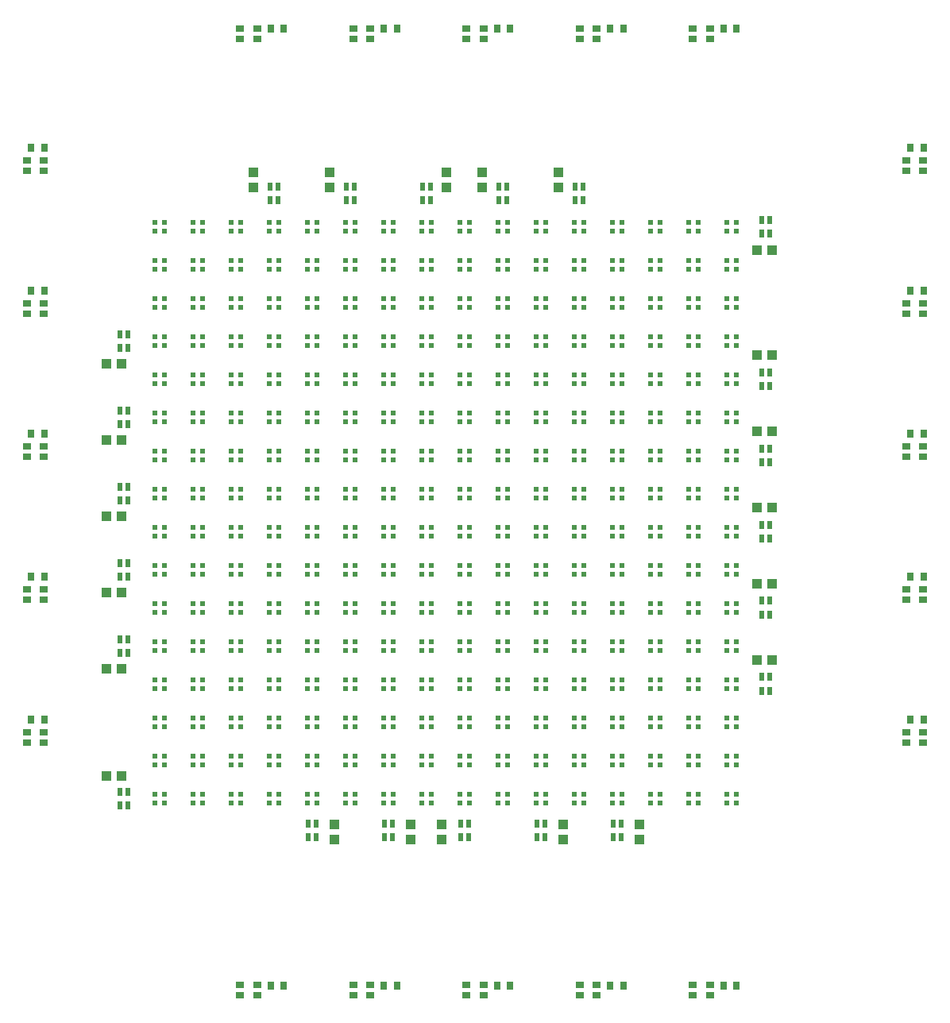
<source format=gtp>
G04 Layer: TopPasteMaskLayer*
G04 EasyEDA v6.5.29, 2023-07-19 21:38:56*
G04 0acaec5f7f514605885a2f2b0e5249c4,5a6b42c53f6a479593ecc07194224c93,10*
G04 Gerber Generator version 0.2*
G04 Scale: 100 percent, Rotated: No, Reflected: No *
G04 Dimensions in millimeters *
G04 leading zeros omitted , absolute positions ,4 integer and 5 decimal *
%FSLAX45Y45*%
%MOMM*%

%ADD10R,0.5500X0.5500*%
%ADD11R,0.9000X0.7000*%
%ADD12R,0.8000X0.9000*%
%ADD13R,1.1000X1.0000*%
%ADD14R,0.6000X0.8500*%
%ADD15R,1.0000X1.1000*%
%ADD16R,0.0138X1.1000*%

%LPD*%
D10*
G01*
X181076Y-8150097D03*
G01*
X276097Y-8150097D03*
G01*
X276097Y-8055076D03*
G01*
X181076Y-8055076D03*
G01*
X181076Y-7743697D03*
G01*
X276097Y-7743697D03*
G01*
X276097Y-7648676D03*
G01*
X181076Y-7648676D03*
G01*
X181076Y-7337297D03*
G01*
X276097Y-7337297D03*
G01*
X276097Y-7242276D03*
G01*
X181076Y-7242276D03*
G01*
X181076Y-6930897D03*
G01*
X276097Y-6930897D03*
G01*
X276097Y-6835876D03*
G01*
X181076Y-6835876D03*
G01*
X181076Y-6524497D03*
G01*
X276097Y-6524497D03*
G01*
X276097Y-6429476D03*
G01*
X181076Y-6429476D03*
G01*
X181076Y-6118097D03*
G01*
X276097Y-6118097D03*
G01*
X276097Y-6023076D03*
G01*
X181076Y-6023076D03*
G01*
X181076Y-5711697D03*
G01*
X276097Y-5711697D03*
G01*
X276097Y-5616676D03*
G01*
X181076Y-5616676D03*
G01*
X181076Y-5305297D03*
G01*
X276097Y-5305297D03*
G01*
X276097Y-5210276D03*
G01*
X181076Y-5210276D03*
G01*
X181076Y-4898897D03*
G01*
X276097Y-4898897D03*
G01*
X276097Y-4803876D03*
G01*
X181076Y-4803876D03*
G01*
X181076Y-4492497D03*
G01*
X276097Y-4492497D03*
G01*
X276097Y-4397476D03*
G01*
X181076Y-4397476D03*
G01*
X181076Y-4086097D03*
G01*
X276097Y-4086097D03*
G01*
X276097Y-3991076D03*
G01*
X181076Y-3991076D03*
G01*
X181076Y-3679697D03*
G01*
X276097Y-3679697D03*
G01*
X276097Y-3584676D03*
G01*
X181076Y-3584676D03*
G01*
X181076Y-3273297D03*
G01*
X276097Y-3273297D03*
G01*
X276097Y-3178276D03*
G01*
X181076Y-3178276D03*
G01*
X181076Y-2866897D03*
G01*
X276097Y-2866897D03*
G01*
X276097Y-2771876D03*
G01*
X181076Y-2771876D03*
G01*
X181076Y-2460497D03*
G01*
X276097Y-2460497D03*
G01*
X276097Y-2365476D03*
G01*
X181076Y-2365476D03*
G01*
X181076Y-2054097D03*
G01*
X276097Y-2054097D03*
G01*
X276097Y-1959076D03*
G01*
X181076Y-1959076D03*
G01*
X-225323Y-8150097D03*
G01*
X-130302Y-8150097D03*
G01*
X-130302Y-8055076D03*
G01*
X-225323Y-8055076D03*
G01*
X-225323Y-7743697D03*
G01*
X-130302Y-7743697D03*
G01*
X-130302Y-7648676D03*
G01*
X-225323Y-7648676D03*
G01*
X-225323Y-7337297D03*
G01*
X-130302Y-7337297D03*
G01*
X-130302Y-7242276D03*
G01*
X-225323Y-7242276D03*
G01*
X-225323Y-6930897D03*
G01*
X-130302Y-6930897D03*
G01*
X-130302Y-6835876D03*
G01*
X-225323Y-6835876D03*
G01*
X-225323Y-6524497D03*
G01*
X-130302Y-6524497D03*
G01*
X-130302Y-6429476D03*
G01*
X-225323Y-6429476D03*
G01*
X-225323Y-6118097D03*
G01*
X-130302Y-6118097D03*
G01*
X-130302Y-6023076D03*
G01*
X-225323Y-6023076D03*
G01*
X-225323Y-5711697D03*
G01*
X-130302Y-5711697D03*
G01*
X-130302Y-5616676D03*
G01*
X-225323Y-5616676D03*
G01*
X-225323Y-5305297D03*
G01*
X-130302Y-5305297D03*
G01*
X-130302Y-5210276D03*
G01*
X-225323Y-5210276D03*
G01*
X-225323Y-4898897D03*
G01*
X-130302Y-4898897D03*
G01*
X-130302Y-4803876D03*
G01*
X-225323Y-4803876D03*
G01*
X-225323Y-4492497D03*
G01*
X-130302Y-4492497D03*
G01*
X-130302Y-4397476D03*
G01*
X-225323Y-4397476D03*
G01*
X-225323Y-4086097D03*
G01*
X-130302Y-4086097D03*
G01*
X-130302Y-3991076D03*
G01*
X-225323Y-3991076D03*
G01*
X-225323Y-3679697D03*
G01*
X-130302Y-3679697D03*
G01*
X-130302Y-3584676D03*
G01*
X-225323Y-3584676D03*
G01*
X-225323Y-3273297D03*
G01*
X-130302Y-3273297D03*
G01*
X-130302Y-3178276D03*
G01*
X-225323Y-3178276D03*
G01*
X-225323Y-2866897D03*
G01*
X-130302Y-2866897D03*
G01*
X-130302Y-2771876D03*
G01*
X-225323Y-2771876D03*
G01*
X-225323Y-2460497D03*
G01*
X-130302Y-2460497D03*
G01*
X-130302Y-2365476D03*
G01*
X-225323Y-2365476D03*
G01*
X-225323Y-2054097D03*
G01*
X-130302Y-2054097D03*
G01*
X-130302Y-1959076D03*
G01*
X-225323Y-1959076D03*
G01*
X-631723Y-8150097D03*
G01*
X-536702Y-8150097D03*
G01*
X-536702Y-8055076D03*
G01*
X-631723Y-8055076D03*
G01*
X-631723Y-7743697D03*
G01*
X-536702Y-7743697D03*
G01*
X-536702Y-7648676D03*
G01*
X-631723Y-7648676D03*
G01*
X-631723Y-7337297D03*
G01*
X-536702Y-7337297D03*
G01*
X-536702Y-7242276D03*
G01*
X-631723Y-7242276D03*
G01*
X-631723Y-6930897D03*
G01*
X-536702Y-6930897D03*
G01*
X-536702Y-6835876D03*
G01*
X-631723Y-6835876D03*
G01*
X-631723Y-6524497D03*
G01*
X-536702Y-6524497D03*
G01*
X-536702Y-6429476D03*
G01*
X-631723Y-6429476D03*
G01*
X-631723Y-6118097D03*
G01*
X-536702Y-6118097D03*
G01*
X-536702Y-6023076D03*
G01*
X-631723Y-6023076D03*
G01*
X-631723Y-5711697D03*
G01*
X-536702Y-5711697D03*
G01*
X-536702Y-5616676D03*
G01*
X-631723Y-5616676D03*
G01*
X-631723Y-5305297D03*
G01*
X-536702Y-5305297D03*
G01*
X-536702Y-5210276D03*
G01*
X-631723Y-5210276D03*
G01*
X-631723Y-4898897D03*
G01*
X-536702Y-4898897D03*
G01*
X-536702Y-4803876D03*
G01*
X-631723Y-4803876D03*
G01*
X-631723Y-4492497D03*
G01*
X-536702Y-4492497D03*
G01*
X-536702Y-4397476D03*
G01*
X-631723Y-4397476D03*
G01*
X-631723Y-4086097D03*
G01*
X-536702Y-4086097D03*
G01*
X-536702Y-3991076D03*
G01*
X-631723Y-3991076D03*
G01*
X-631723Y-3679697D03*
G01*
X-536702Y-3679697D03*
G01*
X-536702Y-3584676D03*
G01*
X-631723Y-3584676D03*
G01*
X-631723Y-3273297D03*
G01*
X-536702Y-3273297D03*
G01*
X-536702Y-3178276D03*
G01*
X-631723Y-3178276D03*
G01*
X-631723Y-2866897D03*
G01*
X-536702Y-2866897D03*
G01*
X-536702Y-2771876D03*
G01*
X-631723Y-2771876D03*
G01*
X-631723Y-2460497D03*
G01*
X-536702Y-2460497D03*
G01*
X-536702Y-2365476D03*
G01*
X-631723Y-2365476D03*
G01*
X-631723Y-2054097D03*
G01*
X-536702Y-2054097D03*
G01*
X-536702Y-1959076D03*
G01*
X-631723Y-1959076D03*
G01*
X-1038123Y-8150097D03*
G01*
X-943102Y-8150097D03*
G01*
X-943102Y-8055076D03*
G01*
X-1038123Y-8055076D03*
G01*
X-1038123Y-7743697D03*
G01*
X-943102Y-7743697D03*
G01*
X-943102Y-7648676D03*
G01*
X-1038123Y-7648676D03*
G01*
X-1038123Y-7337297D03*
G01*
X-943102Y-7337297D03*
G01*
X-943102Y-7242276D03*
G01*
X-1038123Y-7242276D03*
G01*
X-1038123Y-6930897D03*
G01*
X-943102Y-6930897D03*
G01*
X-943102Y-6835876D03*
G01*
X-1038123Y-6835876D03*
G01*
X-1038123Y-6524497D03*
G01*
X-943102Y-6524497D03*
G01*
X-943102Y-6429476D03*
G01*
X-1038123Y-6429476D03*
G01*
X-1038123Y-6118097D03*
G01*
X-943102Y-6118097D03*
G01*
X-943102Y-6023076D03*
G01*
X-1038123Y-6023076D03*
G01*
X-1038123Y-5711697D03*
G01*
X-943102Y-5711697D03*
G01*
X-943102Y-5616676D03*
G01*
X-1038123Y-5616676D03*
G01*
X-1038123Y-5305297D03*
G01*
X-943102Y-5305297D03*
G01*
X-943102Y-5210276D03*
G01*
X-1038123Y-5210276D03*
G01*
X-1038123Y-4898897D03*
G01*
X-943102Y-4898897D03*
G01*
X-943102Y-4803876D03*
G01*
X-1038123Y-4803876D03*
G01*
X-1038123Y-4492497D03*
G01*
X-943102Y-4492497D03*
G01*
X-943102Y-4397476D03*
G01*
X-1038123Y-4397476D03*
G01*
X-1038123Y-4086097D03*
G01*
X-943102Y-4086097D03*
G01*
X-943102Y-3991076D03*
G01*
X-1038123Y-3991076D03*
G01*
X-1038123Y-3679697D03*
G01*
X-943102Y-3679697D03*
G01*
X-943102Y-3584676D03*
G01*
X-1038123Y-3584676D03*
G01*
X-1038123Y-3273297D03*
G01*
X-943102Y-3273297D03*
G01*
X-943102Y-3178276D03*
G01*
X-1038123Y-3178276D03*
G01*
X-1038123Y-2866897D03*
G01*
X-943102Y-2866897D03*
G01*
X-943102Y-2771876D03*
G01*
X-1038123Y-2771876D03*
G01*
X-1038123Y-2460497D03*
G01*
X-943102Y-2460497D03*
G01*
X-943102Y-2365476D03*
G01*
X-1038123Y-2365476D03*
G01*
X-1038123Y-2054097D03*
G01*
X-943102Y-2054097D03*
G01*
X-943102Y-1959076D03*
G01*
X-1038123Y-1959076D03*
G01*
X-1444523Y-8150097D03*
G01*
X-1349502Y-8150097D03*
G01*
X-1349502Y-8055076D03*
G01*
X-1444523Y-8055076D03*
G01*
X-1444523Y-7743697D03*
G01*
X-1349502Y-7743697D03*
G01*
X-1349502Y-7648676D03*
G01*
X-1444523Y-7648676D03*
G01*
X-1444523Y-7337297D03*
G01*
X-1349502Y-7337297D03*
G01*
X-1349502Y-7242276D03*
G01*
X-1444523Y-7242276D03*
G01*
X-1444523Y-6930897D03*
G01*
X-1349502Y-6930897D03*
G01*
X-1349502Y-6835876D03*
G01*
X-1444523Y-6835876D03*
G01*
X-1444523Y-6524497D03*
G01*
X-1349502Y-6524497D03*
G01*
X-1349502Y-6429476D03*
G01*
X-1444523Y-6429476D03*
G01*
X-1444523Y-6118097D03*
G01*
X-1349502Y-6118097D03*
G01*
X-1349502Y-6023076D03*
G01*
X-1444523Y-6023076D03*
G01*
X-1444523Y-5711697D03*
G01*
X-1349502Y-5711697D03*
G01*
X-1349502Y-5616676D03*
G01*
X-1444523Y-5616676D03*
G01*
X-1444523Y-5305297D03*
G01*
X-1349502Y-5305297D03*
G01*
X-1349502Y-5210276D03*
G01*
X-1444523Y-5210276D03*
G01*
X-1444523Y-4898897D03*
G01*
X-1349502Y-4898897D03*
G01*
X-1349502Y-4803876D03*
G01*
X-1444523Y-4803876D03*
G01*
X-1444523Y-4492497D03*
G01*
X-1349502Y-4492497D03*
G01*
X-1349502Y-4397476D03*
G01*
X-1444523Y-4397476D03*
G01*
X-1444523Y-4086097D03*
G01*
X-1349502Y-4086097D03*
G01*
X-1349502Y-3991076D03*
G01*
X-1444523Y-3991076D03*
G01*
X-1444523Y-3679697D03*
G01*
X-1349502Y-3679697D03*
G01*
X-1349502Y-3584676D03*
G01*
X-1444523Y-3584676D03*
G01*
X-1444523Y-3273297D03*
G01*
X-1349502Y-3273297D03*
G01*
X-1349502Y-3178276D03*
G01*
X-1444523Y-3178276D03*
G01*
X-1444523Y-2866897D03*
G01*
X-1349502Y-2866897D03*
G01*
X-1349502Y-2771876D03*
G01*
X-1444523Y-2771876D03*
G01*
X-1444523Y-2460497D03*
G01*
X-1349502Y-2460497D03*
G01*
X-1349502Y-2365476D03*
G01*
X-1444523Y-2365476D03*
G01*
X-1444523Y-2054097D03*
G01*
X-1349502Y-2054097D03*
G01*
X-1349502Y-1959076D03*
G01*
X-1444523Y-1959076D03*
G01*
X-1850923Y-8150097D03*
G01*
X-1755902Y-8150097D03*
G01*
X-1755902Y-8055076D03*
G01*
X-1850923Y-8055076D03*
G01*
X-1850923Y-7743697D03*
G01*
X-1755902Y-7743697D03*
G01*
X-1755902Y-7648676D03*
G01*
X-1850923Y-7648676D03*
G01*
X-1850923Y-7337297D03*
G01*
X-1755902Y-7337297D03*
G01*
X-1755902Y-7242276D03*
G01*
X-1850923Y-7242276D03*
G01*
X-1850923Y-6930897D03*
G01*
X-1755902Y-6930897D03*
G01*
X-1755902Y-6835876D03*
G01*
X-1850923Y-6835876D03*
G01*
X-1850923Y-6524497D03*
G01*
X-1755902Y-6524497D03*
G01*
X-1755902Y-6429476D03*
G01*
X-1850923Y-6429476D03*
G01*
X-1850923Y-6118097D03*
G01*
X-1755902Y-6118097D03*
G01*
X-1755902Y-6023076D03*
G01*
X-1850923Y-6023076D03*
G01*
X-1850923Y-5711697D03*
G01*
X-1755902Y-5711697D03*
G01*
X-1755902Y-5616676D03*
G01*
X-1850923Y-5616676D03*
G01*
X-1850923Y-5305297D03*
G01*
X-1755902Y-5305297D03*
G01*
X-1755902Y-5210276D03*
G01*
X-1850923Y-5210276D03*
G01*
X-1850923Y-4898897D03*
G01*
X-1755902Y-4898897D03*
G01*
X-1755902Y-4803876D03*
G01*
X-1850923Y-4803876D03*
G01*
X-1850923Y-4492497D03*
G01*
X-1755902Y-4492497D03*
G01*
X-1755902Y-4397476D03*
G01*
X-1850923Y-4397476D03*
G01*
X-1850923Y-4086097D03*
G01*
X-1755902Y-4086097D03*
G01*
X-1755902Y-3991076D03*
G01*
X-1850923Y-3991076D03*
G01*
X-1850923Y-3679697D03*
G01*
X-1755902Y-3679697D03*
G01*
X-1755902Y-3584676D03*
G01*
X-1850923Y-3584676D03*
G01*
X-1850923Y-3273297D03*
G01*
X-1755902Y-3273297D03*
G01*
X-1755902Y-3178276D03*
G01*
X-1850923Y-3178276D03*
G01*
X-1850923Y-2866897D03*
G01*
X-1755902Y-2866897D03*
G01*
X-1755902Y-2771876D03*
G01*
X-1850923Y-2771876D03*
G01*
X-1850923Y-2460497D03*
G01*
X-1755902Y-2460497D03*
G01*
X-1755902Y-2365476D03*
G01*
X-1850923Y-2365476D03*
G01*
X-1850923Y-2054097D03*
G01*
X-1755902Y-2054097D03*
G01*
X-1755902Y-1959076D03*
G01*
X-1850923Y-1959076D03*
G01*
X-2257323Y-8150097D03*
G01*
X-2162302Y-8150097D03*
G01*
X-2162302Y-8055076D03*
G01*
X-2257323Y-8055076D03*
G01*
X-2257323Y-7743697D03*
G01*
X-2162302Y-7743697D03*
G01*
X-2162302Y-7648676D03*
G01*
X-2257323Y-7648676D03*
G01*
X-2257323Y-7337297D03*
G01*
X-2162302Y-7337297D03*
G01*
X-2162302Y-7242276D03*
G01*
X-2257323Y-7242276D03*
G01*
X-2257323Y-6930897D03*
G01*
X-2162302Y-6930897D03*
G01*
X-2162302Y-6835876D03*
G01*
X-2257323Y-6835876D03*
G01*
X-2257323Y-6524497D03*
G01*
X-2162302Y-6524497D03*
G01*
X-2162302Y-6429476D03*
G01*
X-2257323Y-6429476D03*
G01*
X-2257323Y-6118097D03*
G01*
X-2162302Y-6118097D03*
G01*
X-2162302Y-6023076D03*
G01*
X-2257323Y-6023076D03*
G01*
X-2257323Y-5711697D03*
G01*
X-2162302Y-5711697D03*
G01*
X-2162302Y-5616676D03*
G01*
X-2257323Y-5616676D03*
G01*
X-2257323Y-5305297D03*
G01*
X-2162302Y-5305297D03*
G01*
X-2162302Y-5210276D03*
G01*
X-2257323Y-5210276D03*
G01*
X-2257323Y-4898897D03*
G01*
X-2162302Y-4898897D03*
G01*
X-2162302Y-4803876D03*
G01*
X-2257323Y-4803876D03*
G01*
X-2257323Y-4492497D03*
G01*
X-2162302Y-4492497D03*
G01*
X-2162302Y-4397476D03*
G01*
X-2257323Y-4397476D03*
G01*
X-2257323Y-4086097D03*
G01*
X-2162302Y-4086097D03*
G01*
X-2162302Y-3991076D03*
G01*
X-2257323Y-3991076D03*
G01*
X-2257323Y-3679697D03*
G01*
X-2162302Y-3679697D03*
G01*
X-2162302Y-3584676D03*
G01*
X-2257323Y-3584676D03*
G01*
X-2257323Y-3273297D03*
G01*
X-2162302Y-3273297D03*
G01*
X-2162302Y-3178276D03*
G01*
X-2257323Y-3178276D03*
G01*
X-2257323Y-2866897D03*
G01*
X-2162302Y-2866897D03*
G01*
X-2162302Y-2771876D03*
G01*
X-2257323Y-2771876D03*
G01*
X-2257323Y-2460497D03*
G01*
X-2162302Y-2460497D03*
G01*
X-2162302Y-2365476D03*
G01*
X-2257323Y-2365476D03*
G01*
X-2257323Y-2054097D03*
G01*
X-2162302Y-2054097D03*
G01*
X-2162302Y-1959076D03*
G01*
X-2257323Y-1959076D03*
G01*
X-2663723Y-8150097D03*
G01*
X-2568702Y-8150097D03*
G01*
X-2568702Y-8055076D03*
G01*
X-2663723Y-8055076D03*
G01*
X-2663723Y-7743697D03*
G01*
X-2568702Y-7743697D03*
G01*
X-2568702Y-7648676D03*
G01*
X-2663723Y-7648676D03*
G01*
X-2663723Y-7337297D03*
G01*
X-2568702Y-7337297D03*
G01*
X-2568702Y-7242276D03*
G01*
X-2663723Y-7242276D03*
G01*
X-2663723Y-6930897D03*
G01*
X-2568702Y-6930897D03*
G01*
X-2568702Y-6835876D03*
G01*
X-2663723Y-6835876D03*
G01*
X-2663723Y-6524497D03*
G01*
X-2568702Y-6524497D03*
G01*
X-2568702Y-6429476D03*
G01*
X-2663723Y-6429476D03*
G01*
X-2663723Y-6118097D03*
G01*
X-2568702Y-6118097D03*
G01*
X-2568702Y-6023076D03*
G01*
X-2663723Y-6023076D03*
G01*
X-2663723Y-5711697D03*
G01*
X-2568702Y-5711697D03*
G01*
X-2568702Y-5616676D03*
G01*
X-2663723Y-5616676D03*
G01*
X-2663723Y-5305297D03*
G01*
X-2568702Y-5305297D03*
G01*
X-2568702Y-5210276D03*
G01*
X-2663723Y-5210276D03*
G01*
X-2663723Y-4898897D03*
G01*
X-2568702Y-4898897D03*
G01*
X-2568702Y-4803876D03*
G01*
X-2663723Y-4803876D03*
G01*
X-2663723Y-4492497D03*
G01*
X-2568702Y-4492497D03*
G01*
X-2568702Y-4397476D03*
G01*
X-2663723Y-4397476D03*
G01*
X-2663723Y-4086097D03*
G01*
X-2568702Y-4086097D03*
G01*
X-2568702Y-3991076D03*
G01*
X-2663723Y-3991076D03*
G01*
X-2663723Y-3679697D03*
G01*
X-2568702Y-3679697D03*
G01*
X-2568702Y-3584676D03*
G01*
X-2663723Y-3584676D03*
G01*
X-2663723Y-3273297D03*
G01*
X-2568702Y-3273297D03*
G01*
X-2568702Y-3178276D03*
G01*
X-2663723Y-3178276D03*
G01*
X-2663723Y-2866897D03*
G01*
X-2568702Y-2866897D03*
G01*
X-2568702Y-2771876D03*
G01*
X-2663723Y-2771876D03*
G01*
X-2663723Y-2460497D03*
G01*
X-2568702Y-2460497D03*
G01*
X-2568702Y-2365476D03*
G01*
X-2663723Y-2365476D03*
G01*
X-2663723Y-2054097D03*
G01*
X-2568702Y-2054097D03*
G01*
X-2568702Y-1959076D03*
G01*
X-2663723Y-1959076D03*
G01*
X-3070123Y-8150097D03*
G01*
X-2975102Y-8150097D03*
G01*
X-2975102Y-8055076D03*
G01*
X-3070123Y-8055076D03*
G01*
X-3070123Y-7743697D03*
G01*
X-2975102Y-7743697D03*
G01*
X-2975102Y-7648676D03*
G01*
X-3070123Y-7648676D03*
G01*
X-3070123Y-7337297D03*
G01*
X-2975102Y-7337297D03*
G01*
X-2975102Y-7242276D03*
G01*
X-3070123Y-7242276D03*
G01*
X-3070123Y-6930897D03*
G01*
X-2975102Y-6930897D03*
G01*
X-2975102Y-6835876D03*
G01*
X-3070123Y-6835876D03*
G01*
X-3070123Y-6524497D03*
G01*
X-2975102Y-6524497D03*
G01*
X-2975102Y-6429476D03*
G01*
X-3070123Y-6429476D03*
G01*
X-3070123Y-6118097D03*
G01*
X-2975102Y-6118097D03*
G01*
X-2975102Y-6023076D03*
G01*
X-3070123Y-6023076D03*
G01*
X-3070123Y-5711697D03*
G01*
X-2975102Y-5711697D03*
G01*
X-2975102Y-5616676D03*
G01*
X-3070123Y-5616676D03*
G01*
X-3070123Y-5305297D03*
G01*
X-2975102Y-5305297D03*
G01*
X-2975102Y-5210276D03*
G01*
X-3070123Y-5210276D03*
G01*
X-3070123Y-4898897D03*
G01*
X-2975102Y-4898897D03*
G01*
X-2975102Y-4803876D03*
G01*
X-3070123Y-4803876D03*
G01*
X-3070123Y-4492497D03*
G01*
X-2975102Y-4492497D03*
G01*
X-2975102Y-4397476D03*
G01*
X-3070123Y-4397476D03*
G01*
X-3070123Y-4086097D03*
G01*
X-2975102Y-4086097D03*
G01*
X-2975102Y-3991076D03*
G01*
X-3070123Y-3991076D03*
G01*
X-3070123Y-3679697D03*
G01*
X-2975102Y-3679697D03*
G01*
X-2975102Y-3584676D03*
G01*
X-3070123Y-3584676D03*
G01*
X-3070123Y-3273297D03*
G01*
X-2975102Y-3273297D03*
G01*
X-2975102Y-3178276D03*
G01*
X-3070123Y-3178276D03*
G01*
X-3070123Y-2866897D03*
G01*
X-2975102Y-2866897D03*
G01*
X-2975102Y-2771876D03*
G01*
X-3070123Y-2771876D03*
G01*
X-3070123Y-2460497D03*
G01*
X-2975102Y-2460497D03*
G01*
X-2975102Y-2365476D03*
G01*
X-3070123Y-2365476D03*
G01*
X-3070123Y-2054097D03*
G01*
X-2975102Y-2054097D03*
G01*
X-2975102Y-1959076D03*
G01*
X-3070123Y-1959076D03*
G01*
X-3476523Y-8150097D03*
G01*
X-3381502Y-8150097D03*
G01*
X-3381502Y-8055076D03*
G01*
X-3476523Y-8055076D03*
G01*
X-3476523Y-7743697D03*
G01*
X-3381502Y-7743697D03*
G01*
X-3381502Y-7648676D03*
G01*
X-3476523Y-7648676D03*
G01*
X-3476523Y-7337297D03*
G01*
X-3381502Y-7337297D03*
G01*
X-3381502Y-7242276D03*
G01*
X-3476523Y-7242276D03*
G01*
X-3476523Y-6930897D03*
G01*
X-3381502Y-6930897D03*
G01*
X-3381502Y-6835876D03*
G01*
X-3476523Y-6835876D03*
G01*
X-3476523Y-6524497D03*
G01*
X-3381502Y-6524497D03*
G01*
X-3381502Y-6429476D03*
G01*
X-3476523Y-6429476D03*
G01*
X-3476523Y-6118097D03*
G01*
X-3381502Y-6118097D03*
G01*
X-3381502Y-6023076D03*
G01*
X-3476523Y-6023076D03*
G01*
X-3476523Y-5711697D03*
G01*
X-3381502Y-5711697D03*
G01*
X-3381502Y-5616676D03*
G01*
X-3476523Y-5616676D03*
G01*
X-3476523Y-5305297D03*
G01*
X-3381502Y-5305297D03*
G01*
X-3381502Y-5210276D03*
G01*
X-3476523Y-5210276D03*
G01*
X-3476523Y-4898897D03*
G01*
X-3381502Y-4898897D03*
G01*
X-3381502Y-4803876D03*
G01*
X-3476523Y-4803876D03*
G01*
X-3476523Y-4492497D03*
G01*
X-3381502Y-4492497D03*
G01*
X-3381502Y-4397476D03*
G01*
X-3476523Y-4397476D03*
G01*
X-3476523Y-4086097D03*
G01*
X-3381502Y-4086097D03*
G01*
X-3381502Y-3991076D03*
G01*
X-3476523Y-3991076D03*
G01*
X-3476523Y-3679697D03*
G01*
X-3381502Y-3679697D03*
G01*
X-3381502Y-3584676D03*
G01*
X-3476523Y-3584676D03*
G01*
X-3476523Y-3273297D03*
G01*
X-3381502Y-3273297D03*
G01*
X-3381502Y-3178276D03*
G01*
X-3476523Y-3178276D03*
G01*
X-3476523Y-2866897D03*
G01*
X-3381502Y-2866897D03*
G01*
X-3381502Y-2771876D03*
G01*
X-3476523Y-2771876D03*
G01*
X-3476523Y-2460497D03*
G01*
X-3381502Y-2460497D03*
G01*
X-3381502Y-2365476D03*
G01*
X-3476523Y-2365476D03*
G01*
X-3476523Y-2054097D03*
G01*
X-3381502Y-2054097D03*
G01*
X-3381502Y-1959076D03*
G01*
X-3476523Y-1959076D03*
G01*
X-3882923Y-8150097D03*
G01*
X-3787902Y-8150097D03*
G01*
X-3787902Y-8055076D03*
G01*
X-3882923Y-8055076D03*
G01*
X-3882923Y-7743697D03*
G01*
X-3787902Y-7743697D03*
G01*
X-3787902Y-7648676D03*
G01*
X-3882923Y-7648676D03*
G01*
X-3882923Y-7337297D03*
G01*
X-3787902Y-7337297D03*
G01*
X-3787902Y-7242276D03*
G01*
X-3882923Y-7242276D03*
G01*
X-3882923Y-6930897D03*
G01*
X-3787902Y-6930897D03*
G01*
X-3787902Y-6835876D03*
G01*
X-3882923Y-6835876D03*
G01*
X-3882923Y-6524497D03*
G01*
X-3787902Y-6524497D03*
G01*
X-3787902Y-6429476D03*
G01*
X-3882923Y-6429476D03*
G01*
X-3882923Y-6118097D03*
G01*
X-3787902Y-6118097D03*
G01*
X-3787902Y-6023076D03*
G01*
X-3882923Y-6023076D03*
G01*
X-3882923Y-5711697D03*
G01*
X-3787902Y-5711697D03*
G01*
X-3787902Y-5616676D03*
G01*
X-3882923Y-5616676D03*
G01*
X-3882923Y-5305297D03*
G01*
X-3787902Y-5305297D03*
G01*
X-3787902Y-5210276D03*
G01*
X-3882923Y-5210276D03*
G01*
X-3882923Y-4898897D03*
G01*
X-3787902Y-4898897D03*
G01*
X-3787902Y-4803876D03*
G01*
X-3882923Y-4803876D03*
G01*
X-3882923Y-4492497D03*
G01*
X-3787902Y-4492497D03*
G01*
X-3787902Y-4397476D03*
G01*
X-3882923Y-4397476D03*
G01*
X-3882923Y-4086097D03*
G01*
X-3787902Y-4086097D03*
G01*
X-3787902Y-3991076D03*
G01*
X-3882923Y-3991076D03*
G01*
X-3882923Y-3679697D03*
G01*
X-3787902Y-3679697D03*
G01*
X-3787902Y-3584676D03*
G01*
X-3882923Y-3584676D03*
G01*
X-3882923Y-3273297D03*
G01*
X-3787902Y-3273297D03*
G01*
X-3787902Y-3178276D03*
G01*
X-3882923Y-3178276D03*
G01*
X-3882923Y-2866897D03*
G01*
X-3787902Y-2866897D03*
G01*
X-3787902Y-2771876D03*
G01*
X-3882923Y-2771876D03*
G01*
X-3882923Y-2460497D03*
G01*
X-3787902Y-2460497D03*
G01*
X-3787902Y-2365476D03*
G01*
X-3882923Y-2365476D03*
G01*
X-3882923Y-2054097D03*
G01*
X-3787902Y-2054097D03*
G01*
X-3787902Y-1959076D03*
G01*
X-3882923Y-1959076D03*
G01*
X-4289323Y-8150097D03*
G01*
X-4194302Y-8150097D03*
G01*
X-4194302Y-8055076D03*
G01*
X-4289323Y-8055076D03*
G01*
X-4289323Y-7743697D03*
G01*
X-4194302Y-7743697D03*
G01*
X-4194302Y-7648676D03*
G01*
X-4289323Y-7648676D03*
G01*
X-4289323Y-7337297D03*
G01*
X-4194302Y-7337297D03*
G01*
X-4194302Y-7242276D03*
G01*
X-4289323Y-7242276D03*
G01*
X-4289323Y-6930897D03*
G01*
X-4194302Y-6930897D03*
G01*
X-4194302Y-6835876D03*
G01*
X-4289323Y-6835876D03*
G01*
X-4289323Y-6524497D03*
G01*
X-4194302Y-6524497D03*
G01*
X-4194302Y-6429476D03*
G01*
X-4289323Y-6429476D03*
G01*
X-4289323Y-6118097D03*
G01*
X-4194302Y-6118097D03*
G01*
X-4194302Y-6023076D03*
G01*
X-4289323Y-6023076D03*
G01*
X-4289323Y-5711697D03*
G01*
X-4194302Y-5711697D03*
G01*
X-4194302Y-5616676D03*
G01*
X-4289323Y-5616676D03*
G01*
X-4289323Y-5305297D03*
G01*
X-4194302Y-5305297D03*
G01*
X-4194302Y-5210276D03*
G01*
X-4289323Y-5210276D03*
G01*
X-4289323Y-4898897D03*
G01*
X-4194302Y-4898897D03*
G01*
X-4194302Y-4803876D03*
G01*
X-4289323Y-4803876D03*
G01*
X-4289323Y-4492497D03*
G01*
X-4194302Y-4492497D03*
G01*
X-4194302Y-4397476D03*
G01*
X-4289323Y-4397476D03*
G01*
X-4289323Y-4086097D03*
G01*
X-4194302Y-4086097D03*
G01*
X-4194302Y-3991076D03*
G01*
X-4289323Y-3991076D03*
G01*
X-4289323Y-3679697D03*
G01*
X-4194302Y-3679697D03*
G01*
X-4194302Y-3584676D03*
G01*
X-4289323Y-3584676D03*
G01*
X-4289323Y-3273297D03*
G01*
X-4194302Y-3273297D03*
G01*
X-4194302Y-3178276D03*
G01*
X-4289323Y-3178276D03*
G01*
X-4289323Y-2866897D03*
G01*
X-4194302Y-2866897D03*
G01*
X-4194302Y-2771876D03*
G01*
X-4289323Y-2771876D03*
G01*
X-4289323Y-2460497D03*
G01*
X-4194302Y-2460497D03*
G01*
X-4194302Y-2365476D03*
G01*
X-4289323Y-2365476D03*
G01*
X-4289323Y-2054097D03*
G01*
X-4194302Y-2054097D03*
G01*
X-4194302Y-1959076D03*
G01*
X-4289323Y-1959076D03*
G01*
X-4695723Y-8150097D03*
G01*
X-4600702Y-8150097D03*
G01*
X-4600702Y-8055076D03*
G01*
X-4695723Y-8055076D03*
G01*
X-4695723Y-7743697D03*
G01*
X-4600702Y-7743697D03*
G01*
X-4600702Y-7648676D03*
G01*
X-4695723Y-7648676D03*
G01*
X-4695723Y-7337297D03*
G01*
X-4600702Y-7337297D03*
G01*
X-4600702Y-7242276D03*
G01*
X-4695723Y-7242276D03*
G01*
X-4695723Y-6930897D03*
G01*
X-4600702Y-6930897D03*
G01*
X-4600702Y-6835876D03*
G01*
X-4695723Y-6835876D03*
G01*
X-4695723Y-6524497D03*
G01*
X-4600702Y-6524497D03*
G01*
X-4600702Y-6429476D03*
G01*
X-4695723Y-6429476D03*
G01*
X-4695723Y-6118097D03*
G01*
X-4600702Y-6118097D03*
G01*
X-4600702Y-6023076D03*
G01*
X-4695723Y-6023076D03*
G01*
X-4695723Y-5711697D03*
G01*
X-4600702Y-5711697D03*
G01*
X-4600702Y-5616676D03*
G01*
X-4695723Y-5616676D03*
G01*
X-4695723Y-5305297D03*
G01*
X-4600702Y-5305297D03*
G01*
X-4600702Y-5210276D03*
G01*
X-4695723Y-5210276D03*
G01*
X-4695723Y-4898897D03*
G01*
X-4600702Y-4898897D03*
G01*
X-4600702Y-4803876D03*
G01*
X-4695723Y-4803876D03*
G01*
X-4695723Y-4492497D03*
G01*
X-4600702Y-4492497D03*
G01*
X-4600702Y-4397476D03*
G01*
X-4695723Y-4397476D03*
G01*
X-4695723Y-4086097D03*
G01*
X-4600702Y-4086097D03*
G01*
X-4600702Y-3991076D03*
G01*
X-4695723Y-3991076D03*
G01*
X-4695723Y-3679697D03*
G01*
X-4600702Y-3679697D03*
G01*
X-4600702Y-3584676D03*
G01*
X-4695723Y-3584676D03*
G01*
X-4695723Y-3273297D03*
G01*
X-4600702Y-3273297D03*
G01*
X-4600702Y-3178276D03*
G01*
X-4695723Y-3178276D03*
G01*
X-4695723Y-2866897D03*
G01*
X-4600702Y-2866897D03*
G01*
X-4600702Y-2771876D03*
G01*
X-4695723Y-2771876D03*
G01*
X-4695723Y-2460497D03*
G01*
X-4600702Y-2460497D03*
G01*
X-4600702Y-2365476D03*
G01*
X-4695723Y-2365476D03*
G01*
X-4695723Y-2054097D03*
G01*
X-4600702Y-2054097D03*
G01*
X-4600702Y-1959076D03*
G01*
X-4695723Y-1959076D03*
G01*
X-5102123Y-8150097D03*
G01*
X-5007102Y-8150097D03*
G01*
X-5007102Y-8055076D03*
G01*
X-5102123Y-8055076D03*
G01*
X-5102123Y-7743697D03*
G01*
X-5007102Y-7743697D03*
G01*
X-5007102Y-7648676D03*
G01*
X-5102123Y-7648676D03*
G01*
X-5102123Y-7337297D03*
G01*
X-5007102Y-7337297D03*
G01*
X-5007102Y-7242276D03*
G01*
X-5102123Y-7242276D03*
G01*
X-5102123Y-6930897D03*
G01*
X-5007102Y-6930897D03*
G01*
X-5007102Y-6835876D03*
G01*
X-5102123Y-6835876D03*
G01*
X-5102123Y-6524497D03*
G01*
X-5007102Y-6524497D03*
G01*
X-5007102Y-6429476D03*
G01*
X-5102123Y-6429476D03*
G01*
X-5102123Y-6118097D03*
G01*
X-5007102Y-6118097D03*
G01*
X-5007102Y-6023076D03*
G01*
X-5102123Y-6023076D03*
G01*
X-5102123Y-5711697D03*
G01*
X-5007102Y-5711697D03*
G01*
X-5007102Y-5616676D03*
G01*
X-5102123Y-5616676D03*
G01*
X-5102123Y-5305297D03*
G01*
X-5007102Y-5305297D03*
G01*
X-5007102Y-5210276D03*
G01*
X-5102123Y-5210276D03*
G01*
X-5102123Y-4898897D03*
G01*
X-5007102Y-4898897D03*
G01*
X-5007102Y-4803876D03*
G01*
X-5102123Y-4803876D03*
G01*
X-5102123Y-4492497D03*
G01*
X-5007102Y-4492497D03*
G01*
X-5007102Y-4397476D03*
G01*
X-5102123Y-4397476D03*
G01*
X-5102123Y-4086097D03*
G01*
X-5007102Y-4086097D03*
G01*
X-5007102Y-3991076D03*
G01*
X-5102123Y-3991076D03*
G01*
X-5102123Y-3679697D03*
G01*
X-5007102Y-3679697D03*
G01*
X-5007102Y-3584676D03*
G01*
X-5102123Y-3584676D03*
G01*
X-5102123Y-3273297D03*
G01*
X-5007102Y-3273297D03*
G01*
X-5007102Y-3178276D03*
G01*
X-5102123Y-3178276D03*
G01*
X-5102123Y-2866897D03*
G01*
X-5007102Y-2866897D03*
G01*
X-5007102Y-2771876D03*
G01*
X-5102123Y-2771876D03*
G01*
X-5102123Y-2460497D03*
G01*
X-5007102Y-2460497D03*
G01*
X-5007102Y-2365476D03*
G01*
X-5102123Y-2365476D03*
G01*
X-5102123Y-2054097D03*
G01*
X-5007102Y-2054097D03*
G01*
X-5007102Y-1959076D03*
G01*
X-5102123Y-1959076D03*
G01*
X-5508523Y-8150097D03*
G01*
X-5413502Y-8150097D03*
G01*
X-5413502Y-8055076D03*
G01*
X-5508523Y-8055076D03*
G01*
X-5508523Y-7743697D03*
G01*
X-5413502Y-7743697D03*
G01*
X-5413502Y-7648676D03*
G01*
X-5508523Y-7648676D03*
G01*
X-5508523Y-7337297D03*
G01*
X-5413502Y-7337297D03*
G01*
X-5413502Y-7242276D03*
G01*
X-5508523Y-7242276D03*
G01*
X-5508523Y-6930897D03*
G01*
X-5413502Y-6930897D03*
G01*
X-5413502Y-6835876D03*
G01*
X-5508523Y-6835876D03*
G01*
X-5508523Y-6524497D03*
G01*
X-5413502Y-6524497D03*
G01*
X-5413502Y-6429476D03*
G01*
X-5508523Y-6429476D03*
G01*
X-5508523Y-6118097D03*
G01*
X-5413502Y-6118097D03*
G01*
X-5413502Y-6023076D03*
G01*
X-5508523Y-6023076D03*
G01*
X-5508523Y-5711697D03*
G01*
X-5413502Y-5711697D03*
G01*
X-5413502Y-5616676D03*
G01*
X-5508523Y-5616676D03*
G01*
X-5508523Y-5305297D03*
G01*
X-5413502Y-5305297D03*
G01*
X-5413502Y-5210276D03*
G01*
X-5508523Y-5210276D03*
G01*
X-5508523Y-4898897D03*
G01*
X-5413502Y-4898897D03*
G01*
X-5413502Y-4803876D03*
G01*
X-5508523Y-4803876D03*
G01*
X-5508523Y-4492497D03*
G01*
X-5413502Y-4492497D03*
G01*
X-5413502Y-4397476D03*
G01*
X-5508523Y-4397476D03*
G01*
X-5508523Y-4086097D03*
G01*
X-5413502Y-4086097D03*
G01*
X-5413502Y-3991076D03*
G01*
X-5508523Y-3991076D03*
G01*
X-5508523Y-3679697D03*
G01*
X-5413502Y-3679697D03*
G01*
X-5413502Y-3584676D03*
G01*
X-5508523Y-3584676D03*
G01*
X-5508523Y-3273297D03*
G01*
X-5413502Y-3273297D03*
G01*
X-5413502Y-3178276D03*
G01*
X-5508523Y-3178276D03*
G01*
X-5508523Y-2866897D03*
G01*
X-5413502Y-2866897D03*
G01*
X-5413502Y-2771876D03*
G01*
X-5508523Y-2771876D03*
G01*
X-5508523Y-2460497D03*
G01*
X-5413502Y-2460497D03*
G01*
X-5413502Y-2365476D03*
G01*
X-5508523Y-2365476D03*
G01*
X-5508523Y-2054097D03*
G01*
X-5413502Y-2054097D03*
G01*
X-5413502Y-1959076D03*
G01*
X-5508523Y-1959076D03*
G01*
X-5914923Y-8150097D03*
G01*
X-5819902Y-8150097D03*
G01*
X-5819902Y-8055076D03*
G01*
X-5914923Y-8055076D03*
G01*
X-5914923Y-7743697D03*
G01*
X-5819902Y-7743697D03*
G01*
X-5819902Y-7648676D03*
G01*
X-5914923Y-7648676D03*
G01*
X-5914923Y-7337297D03*
G01*
X-5819902Y-7337297D03*
G01*
X-5819902Y-7242276D03*
G01*
X-5914923Y-7242276D03*
G01*
X-5914923Y-6930897D03*
G01*
X-5819902Y-6930897D03*
G01*
X-5819902Y-6835876D03*
G01*
X-5914923Y-6835876D03*
G01*
X-5914923Y-6524497D03*
G01*
X-5819902Y-6524497D03*
G01*
X-5819902Y-6429476D03*
G01*
X-5914923Y-6429476D03*
G01*
X-5914923Y-6118097D03*
G01*
X-5819902Y-6118097D03*
G01*
X-5819902Y-6023076D03*
G01*
X-5914923Y-6023076D03*
G01*
X-5914923Y-5711697D03*
G01*
X-5819902Y-5711697D03*
G01*
X-5819902Y-5616676D03*
G01*
X-5914923Y-5616676D03*
G01*
X-5914923Y-5305297D03*
G01*
X-5819902Y-5305297D03*
G01*
X-5819902Y-5210276D03*
G01*
X-5914923Y-5210276D03*
G01*
X-5914923Y-4898897D03*
G01*
X-5819902Y-4898897D03*
G01*
X-5819902Y-4803876D03*
G01*
X-5914923Y-4803876D03*
G01*
X-5914923Y-4492497D03*
G01*
X-5819902Y-4492497D03*
G01*
X-5819902Y-4397476D03*
G01*
X-5914923Y-4397476D03*
G01*
X-5914923Y-4086097D03*
G01*
X-5819902Y-4086097D03*
G01*
X-5819902Y-3991076D03*
G01*
X-5914923Y-3991076D03*
G01*
X-5914923Y-3679697D03*
G01*
X-5819902Y-3679697D03*
G01*
X-5819902Y-3584676D03*
G01*
X-5914923Y-3584676D03*
G01*
X-5914923Y-3273297D03*
G01*
X-5819902Y-3273297D03*
G01*
X-5819902Y-3178276D03*
G01*
X-5914923Y-3178276D03*
G01*
X-5914923Y-2866897D03*
G01*
X-5819902Y-2866897D03*
G01*
X-5819902Y-2771876D03*
G01*
X-5914923Y-2771876D03*
G01*
X-5914923Y-2460497D03*
G01*
X-5819902Y-2460497D03*
G01*
X-5819902Y-2365476D03*
G01*
X-5914923Y-2365476D03*
G01*
X-5914923Y-2054097D03*
G01*
X-5819902Y-2054097D03*
G01*
X-5819902Y-1959076D03*
G01*
X-5914923Y-1959076D03*
D11*
G01*
X-4826000Y-10088092D03*
G01*
X-5009006Y-10088092D03*
G01*
X-5009006Y-10198100D03*
G01*
X-4826000Y-10198100D03*
G01*
X-3619500Y-10088092D03*
G01*
X-3802506Y-10088092D03*
G01*
X-3802506Y-10198100D03*
G01*
X-3619500Y-10198100D03*
G01*
X-2413000Y-10088092D03*
G01*
X-2596006Y-10088092D03*
G01*
X-2596006Y-10198100D03*
G01*
X-2413000Y-10198100D03*
G01*
X-1206500Y-10088092D03*
G01*
X-1389506Y-10088092D03*
G01*
X-1389506Y-10198100D03*
G01*
X-1206500Y-10198100D03*
G01*
X2273300Y-7395692D03*
G01*
X2090293Y-7395692D03*
G01*
X2090293Y-7505700D03*
G01*
X2273300Y-7505700D03*
G01*
X2273300Y-1299692D03*
G01*
X2090293Y-1299692D03*
G01*
X2090293Y-1409700D03*
G01*
X2273300Y-1409700D03*
G01*
X2273300Y-2823692D03*
G01*
X2090293Y-2823692D03*
G01*
X2090293Y-2933700D03*
G01*
X2273300Y-2933700D03*
G01*
X2273300Y-4347692D03*
G01*
X2090293Y-4347692D03*
G01*
X2090293Y-4457700D03*
G01*
X2273300Y-4457700D03*
G01*
X2273300Y-5871692D03*
G01*
X2090293Y-5871692D03*
G01*
X2090293Y-5981700D03*
G01*
X2273300Y-5981700D03*
G01*
X-7099300Y-7395692D03*
G01*
X-7282306Y-7395692D03*
G01*
X-7282306Y-7505700D03*
G01*
X-7099300Y-7505700D03*
G01*
X-7099300Y-5871692D03*
G01*
X-7282306Y-5871692D03*
G01*
X-7282306Y-5981700D03*
G01*
X-7099300Y-5981700D03*
G01*
X-7099300Y-4347692D03*
G01*
X-7282306Y-4347692D03*
G01*
X-7282306Y-4457700D03*
G01*
X-7099300Y-4457700D03*
G01*
X-7099300Y-2823692D03*
G01*
X-7282306Y-2823692D03*
G01*
X-7282306Y-2933700D03*
G01*
X-7099300Y-2933700D03*
G01*
X-7099300Y-1299692D03*
G01*
X-7282306Y-1299692D03*
G01*
X-7282306Y-1409700D03*
G01*
X-7099300Y-1409700D03*
G01*
X-4826000Y110007D03*
G01*
X-5009006Y110007D03*
G01*
X-5009006Y0D03*
G01*
X-4826000Y0D03*
G01*
X-3619500Y110007D03*
G01*
X-3802506Y110007D03*
G01*
X-3802506Y0D03*
G01*
X-3619500Y0D03*
G01*
X-2413000Y110007D03*
G01*
X-2596006Y110007D03*
G01*
X-2596006Y0D03*
G01*
X-2413000Y0D03*
G01*
X-1206500Y110007D03*
G01*
X-1389506Y110007D03*
G01*
X-1389506Y0D03*
G01*
X-1206500Y0D03*
G01*
X0Y110007D03*
G01*
X-183006Y110007D03*
G01*
X-183006Y0D03*
G01*
X0Y0D03*
G01*
X0Y-10088092D03*
G01*
X-183006Y-10088092D03*
G01*
X-183006Y-10198100D03*
G01*
X0Y-10198100D03*
D12*
G01*
X283286Y105816D03*
G01*
X143281Y105816D03*
G01*
X-923213Y105816D03*
G01*
X-1063218Y105816D03*
G01*
X-2129713Y105816D03*
G01*
X-2269718Y105816D03*
G01*
X-3336213Y105816D03*
G01*
X-3476218Y105816D03*
G01*
X-4542713Y105816D03*
G01*
X-4682718Y105816D03*
G01*
X-7235418Y-1164183D03*
G01*
X-7095413Y-1164183D03*
G01*
X-7235418Y-2688183D03*
G01*
X-7095413Y-2688183D03*
G01*
X-7235418Y-4212183D03*
G01*
X-7095413Y-4212183D03*
G01*
X-7235418Y-5736183D03*
G01*
X-7095413Y-5736183D03*
G01*
X-7235418Y-7260183D03*
G01*
X-7095413Y-7260183D03*
G01*
X2137181Y-2688183D03*
G01*
X2277186Y-2688183D03*
G01*
X2137181Y-1164183D03*
G01*
X2277186Y-1164183D03*
G01*
X283286Y-10092283D03*
G01*
X143281Y-10092283D03*
G01*
X-923213Y-10092283D03*
G01*
X-1063218Y-10092283D03*
G01*
X-2129713Y-10092283D03*
G01*
X-2269718Y-10092283D03*
G01*
X-3336213Y-10092283D03*
G01*
X-3476218Y-10092283D03*
G01*
X-4542713Y-10092283D03*
G01*
X-4682718Y-10092283D03*
G01*
X2137181Y-4212183D03*
G01*
X2277186Y-4212183D03*
G01*
X2137181Y-5736183D03*
G01*
X2277186Y-5736183D03*
G01*
X2137181Y-7260183D03*
G01*
X2277186Y-7260183D03*
D13*
G01*
X-4003116Y-8533993D03*
G01*
X-4003116Y-8373998D03*
D14*
G01*
X-4286910Y-8513775D03*
G01*
X-4201922Y-8368792D03*
G01*
X-4286910Y-8368792D03*
G01*
X-4201922Y-8513775D03*
D13*
G01*
X-1564716Y-8533993D03*
G01*
X-1564716Y-8373998D03*
D14*
G01*
X-1848510Y-8513775D03*
G01*
X-1763522Y-8368792D03*
G01*
X-1848510Y-8368792D03*
G01*
X-1763522Y-8513775D03*
D13*
G01*
X-751916Y-8533993D03*
G01*
X-751916Y-8373998D03*
D14*
G01*
X-1035710Y-8513775D03*
G01*
X-950722Y-8368792D03*
G01*
X-1035710Y-8368792D03*
G01*
X-950722Y-8513775D03*
D13*
G01*
X-2428316Y-1427073D03*
G01*
X-2428316Y-1587068D03*
D14*
G01*
X-2254910Y-1719275D03*
G01*
X-2169922Y-1574292D03*
G01*
X-2254910Y-1574292D03*
G01*
X-2169922Y-1719275D03*
G01*
X-3067710Y-1719275D03*
G01*
X-2982722Y-1574292D03*
G01*
X-3067710Y-1574292D03*
G01*
X-2982722Y-1719275D03*
D13*
G01*
X-2809316Y-1427073D03*
G01*
X-2809316Y-1587068D03*
D14*
G01*
X-3880510Y-1719275D03*
G01*
X-3795522Y-1574292D03*
G01*
X-3880510Y-1574292D03*
G01*
X-3795522Y-1719275D03*
D13*
G01*
X-4053916Y-1427073D03*
G01*
X-4053916Y-1587068D03*
D14*
G01*
X-4693310Y-1719275D03*
G01*
X-4608322Y-1574292D03*
G01*
X-4693310Y-1574292D03*
G01*
X-4608322Y-1719275D03*
D13*
G01*
X-4866716Y-1427073D03*
G01*
X-4866716Y-1587068D03*
D14*
G01*
X-6293510Y-3294075D03*
G01*
X-6208522Y-3149092D03*
G01*
X-6293510Y-3149092D03*
G01*
X-6208522Y-3294075D03*
D15*
G01*
X-6432626Y-3462883D03*
G01*
X-6272631Y-3462883D03*
G01*
X-6432626Y-4275683D03*
G01*
X-6272631Y-4275683D03*
D14*
G01*
X-6293510Y-4106875D03*
G01*
X-6208522Y-3961892D03*
G01*
X-6293510Y-3961892D03*
G01*
X-6208522Y-4106875D03*
G01*
X-6293510Y-4919675D03*
G01*
X-6208522Y-4774692D03*
G01*
X-6293510Y-4774692D03*
G01*
X-6208522Y-4919675D03*
D15*
G01*
X-6432626Y-5088483D03*
G01*
X-6272631Y-5088483D03*
D14*
G01*
X-6293510Y-5732475D03*
G01*
X-6208522Y-5587492D03*
G01*
X-6293510Y-5587492D03*
G01*
X-6208522Y-5732475D03*
D15*
G01*
X-6432626Y-5901283D03*
G01*
X-6272631Y-5901283D03*
D14*
G01*
X-6293510Y-6545275D03*
G01*
X-6208522Y-6400292D03*
G01*
X-6293510Y-6400292D03*
G01*
X-6208522Y-6545275D03*
D15*
G01*
X-6432626Y-6714083D03*
G01*
X-6272631Y-6714083D03*
D14*
G01*
X551789Y-2074875D03*
G01*
X636777Y-1929892D03*
G01*
X551789Y-1929892D03*
G01*
X636777Y-2074875D03*
D15*
G01*
X501573Y-2256383D03*
G01*
X661568Y-2256383D03*
D14*
G01*
X551789Y-4513275D03*
G01*
X636777Y-4368292D03*
G01*
X551789Y-4368292D03*
G01*
X636777Y-4513275D03*
D15*
G01*
X501573Y-4186783D03*
G01*
X661568Y-4186783D03*
G01*
X501573Y-3373983D03*
G01*
X661568Y-3373983D03*
D14*
G01*
X551789Y-3700475D03*
G01*
X636777Y-3555492D03*
G01*
X551789Y-3555492D03*
G01*
X636777Y-3700475D03*
D15*
G01*
X501573Y-4999583D03*
G01*
X661568Y-4999583D03*
D14*
G01*
X551789Y-5326075D03*
G01*
X636777Y-5181092D03*
G01*
X551789Y-5181092D03*
G01*
X636777Y-5326075D03*
D15*
G01*
X498017Y-5810250D03*
G01*
X658012Y-5810250D03*
D14*
G01*
X548233Y-6136741D03*
G01*
X633222Y-5991758D03*
G01*
X548233Y-5991758D03*
G01*
X633222Y-6136741D03*
D15*
G01*
X498017Y-6623050D03*
G01*
X658012Y-6623050D03*
D14*
G01*
X548233Y-6949541D03*
G01*
X633222Y-6804558D03*
G01*
X548233Y-6804558D03*
G01*
X633222Y-6949541D03*
G01*
X-6293510Y-8170875D03*
G01*
X-6208522Y-8025892D03*
G01*
X-6293510Y-8025892D03*
G01*
X-6208522Y-8170875D03*
D15*
G01*
X-6432626Y-7857083D03*
G01*
X-6272631Y-7857083D03*
D14*
G01*
X-3474110Y-8513775D03*
G01*
X-3389122Y-8368792D03*
G01*
X-3474110Y-8368792D03*
G01*
X-3389122Y-8513775D03*
D13*
G01*
X-3190316Y-8533993D03*
G01*
X-3190316Y-8373998D03*
D14*
G01*
X-2661310Y-8513775D03*
G01*
X-2576322Y-8368792D03*
G01*
X-2661310Y-8368792D03*
G01*
X-2576322Y-8513775D03*
D13*
G01*
X-2860116Y-8533993D03*
G01*
X-2860116Y-8373998D03*
D14*
G01*
X-1357122Y-1574292D03*
G01*
X-1442110Y-1574292D03*
G01*
X-1357122Y-1719275D03*
G01*
X-1442110Y-1719275D03*
D13*
G01*
X-1615516Y-1427073D03*
G01*
X-1615516Y-1587068D03*
M02*

</source>
